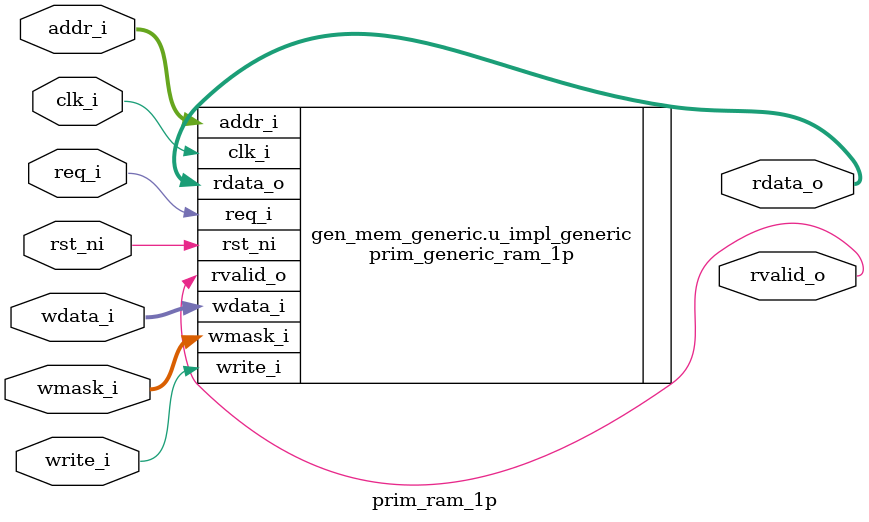
<source format=v>
module prim_ram_1p (
	clk_i,
	rst_ni,
	req_i,
	write_i,
	addr_i,
	wdata_i,
	wmask_i,
	rvalid_o,
	rdata_o
);
	localparam prim_pkg_ImplGeneric = 0;
	parameter integer Impl = prim_pkg_ImplGeneric;
	parameter signed [31:0] Width = 32;
	parameter signed [31:0] Depth = 128;
	parameter signed [31:0] DataBitsPerMask = 1;
	localparam signed [31:0] Aw = $clog2(Depth);
	input clk_i;
	input rst_ni;
	input req_i;
	input write_i;
	input [(Aw - 1):0] addr_i;
	input [(Width - 1):0] wdata_i;
	input [(Width - 1):0] wmask_i;
	output wire rvalid_o;
	output wire [(Width - 1):0] rdata_o;
	localparam ImplGeneric = 0;
	localparam ImplXilinx = 1;
	generate
		if (((Impl == ImplGeneric) || (Impl == ImplXilinx))) begin : gen_mem_generic
			prim_generic_ram_1p #(
				.Width(Width),
				.Depth(Depth),
				.DataBitsPerMask(DataBitsPerMask)
			) u_impl_generic(
				.clk_i(clk_i),
				.rst_ni(rst_ni),
				.req_i(req_i),
				.write_i(write_i),
				.addr_i(addr_i),
				.wdata_i(wdata_i),
				.wmask_i(wmask_i),
				.rvalid_o(rvalid_o),
				.rdata_o(rdata_o)
			);
		end
	endgenerate
endmodule

</source>
